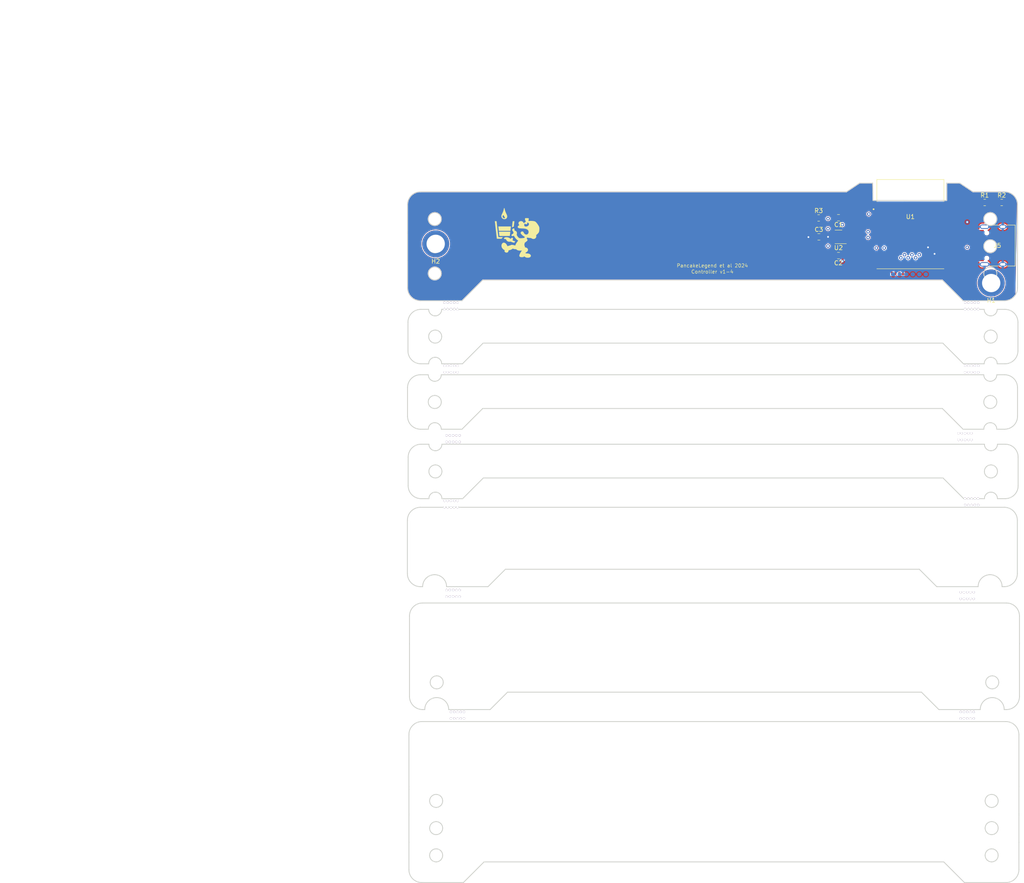
<source format=kicad_pcb>
(kicad_pcb (version 20240108) (generator "pcbnew") (generator_version "8.0")
  (layers (0 "F.Cu" signal) (31 "B.Cu" signal) (34 "B.Paste" user) (35 "F.Paste" user) (36 "B.SilkS" user "B.Silkscreen") (37 "F.SilkS" user "F.Silkscreen") (38 "B.Mask" user) (39 "F.Mask" user) (44 "Edge.Cuts" user))
  (net 0 "")
  (net 1 "GND")
  (net 2 "DOUT")
  (net 3 "3.3V")
  (net 4 "+5V")
  (net 5 "Net-(J5-PadA5)")
  (net 7 "Net-(J5-PadB5)")
  (net 9 "D-")
  (net 10 "D+")
  (net 24 "Net-(U1-Pad25)")
  (net 25 "Net-(U1-Pad26)")
  (net 30 "Net-(J1-Pad1)")
  (net 31 "SDA")
  (net 32 "SCL")
  (net 33 "Net-(H1-Pad1)")
  (net 34 "Net-(H2-Pad1)")
  (net 35 "Net-(C3-Pad1)")
  (net 37 "Net-(TP1-Pad1)")
  (net 43 "Net-(U1-Pad28)")
  (net 44 "Net-(U1-Pad29)")
  (net 45 "Net-(U1-Pad27)")
  (net 46 "Net-(U1-Pad30)")
  (footprint "Pancake:Mousebites_03" (layer "F.Cu") (at 33.5 50.25)
    (property "Reference" "H3" (hide yes))
    (property "Value" "Mousebites" (hide yes))
  )
  (footprint "Pancake:TestPoint_Pad_D1.0mm" (layer "F.Cu") (at 125.95 31.6)
    (property "Reference" "TP1" (hide yes))
    (property "Value" "TestPoint")
  )
  (footprint "Pancake:Mousebites_03" (layer "F.Cu") (at 153 50.25)
    (property "Reference" "H3" (hide yes))
    (property "Value" "Mousebites" (hide yes))
  )
  (footprint "Pancake:Mousebites_03" (layer "F.Cu") (at 152 144.25)
    (property "Reference" "H3" (hide yes))
    (property "Value" "Mousebites" (hide yes))
  )
  (footprint "CCHS:PancakeLegend_Logo" (layer "F.Cu") (at 48.5 33.5)
    (property "Reference" "H9" (hide yes))
    (property "Value" "Pancake Legend" (hide yes))
  )
  (footprint "Pancake:Mousebites_03" (layer "F.Cu") (at 152 116.75)
    (property "Reference" "H3" (hide yes))
    (property "Value" "Mousebites" (hide yes))
  )
  (footprint "Pancake:M3_Soldernut" (layer "F.Cu") (at 157.5 45)
    (property "Reference" "H1")
    (property "Value" "Hole_Pad")
  )
  (footprint "Pancake:Mousebites_03" (layer "F.Cu") (at 34 116.25)
    (property "Reference" "H3" (hide yes))
    (property "Value" "Mousebites" (hide yes))
  )
  (footprint "Pancake:Mousebites_03" (layer "F.Cu") (at 33.5 95.75)
    (property "Reference" "H3" (hide yes))
    (property "Value" "Mousebites" (hide yes))
  )
  (footprint "Pancake:Mousebites_03" (layer "F.Cu") (at 153 64.75)
    (property "Reference" "H3" (hide yes))
    (property "Value" "Mousebites" (hide yes))
  )
  (footprint "Capacitor_SMD:C_0805_2012Metric" (layer "F.Cu") (at 122.45 30 180)
    (property "Reference" "C1")
    (property "Value" "C")
  )
  (footprint "Capacitor_SMD:C_0805_2012Metric" (layer "F.Cu") (at 122.45 38.7 180)
    (property "Reference" "C2")
    (property "Value" "C")
  )
  (footprint "Resistor_SMD:R_0805_2012Metric" (layer "F.Cu") (at 159.9125 26.5)
    (property "Reference" "R2")
    (property "Value" "5.1K")
  )
  (footprint "Pancake:Mousebites_03" (layer "F.Cu") (at 151.5 80.25)
    (property "Reference" "H3" (hide yes))
    (property "Value" "Mousebites" (hide yes))
  )
  (footprint "Pancake:XCVR_ESP32-S3-MINI-1-N8" (layer "F.Cu") (at 138.95 34)
    (property "Reference" "U1")
    (property "Value" "ESP32-S3-MINI-1-N8")
  )
  (footprint "Package_TO_SOT_SMD:SOT-23-5" (layer "F.Cu") (at 122.45 34.4 180)
    (property "Reference" "U2")
    (property "Value" "SPX3819M5-L-3-3" (hide yes))
  )
  (footprint "Pancake:Mousebites_03" (layer "F.Cu") (at 34 80.75)
    (property "Reference" "H3" (hide yes))
    (property "Value" "Mousebites" (hide yes))
  )
  (footprint "Pancake:Mousebites_03" (layer "F.Cu") (at 33.5 64.75)
    (property "Reference" "H3" (hide yes))
    (property "Value" "Mousebites" (hide yes))
  )
  (footprint "Capacitor_SMD:C_0805_2012Metric" (layer "F.Cu") (at 117.95 34.4)
    (property "Reference" "C3")
    (property "Value" "1uF/50v")
  )
  (footprint "Pancake:USB_C_Receptacle_HRO_TYPE-C-31-M-12" (layer "F.Cu") (at 159.1 36.39 90)
    (property "Reference" "J5")
    (property "Value" "USB_C_Receptacle_USB2.0")
  )
  (footprint "Pancake:Mousebites_03" (layer "F.Cu") (at 153 95.25)
    (property "Reference" "H3" (hide yes))
    (property "Value" "Mousebites" (hide yes))
  )
  (footprint "Resistor_SMD:R_0805_2012Metric" (layer "F.Cu") (at 117.9 30.05)
    (property "Reference" "R3")
    (property "Value" "10k(1%)" (hide yes))
  )
  (footprint "Pancake:M3_Soldernut" (layer "F.Cu") (at 30 36)
    (property "Reference" "H2")
    (property "Value" "Hole_Pad")
  )
  (footprint "Pancake:Mousebites_03" (layer "F.Cu") (at 35 144.25)
    (property "Reference" "H3" (hide yes))
    (property "Value" "Mousebites" (hide yes))
  )
  (footprint "Resistor_SMD:R_0805_2012Metric" (layer "F.Cu") (at 156.0125 26.5)
    (property "Reference" "R1")
    (property "Value" "5.1K")
  )
  (footprint "Pancake:TestPoint_Pad_D1.0mm" (layer "B.Cu") (at 141 43 180)
    (property "Reference" "TP6" (hide yes))
    (property "Value" "TestPoint" (hide yes))
  )
  (footprint "Pancake:TestPoint_Pad_D1.0mm" (layer "B.Cu") (at 138 43 180)
    (property "Reference" "TP4" (hide yes))
    (property "Value" "TestPoint" (hide yes))
  )
  (footprint "Pancake:TestPoint_Pad_D1.0mm" (layer "B.Cu") (at 136.5 43 180)
    (property "Reference" "TP3" (hide yes))
    (property "Value" "TestPoint" (hide yes))
  )
  (footprint "Pancake:TestPoint_Pad_D1.0mm" (layer "B.Cu") (at 135 43 180)
    (property "Reference" "TP2" (hide yes))
    (property "Value" "TestPoint" (hide yes))
  )
  (footprint "Pancake:TestPoint_Pad_D1.0mm" (layer "B.Cu") (at 139.5 43 180)
    (property "Reference" "TP5" (hide yes))
    (property "Value" "TestPoint" (hide yes))
  )
  (footprint "Pancake:TestPoint_Pad_D1.0mm" (layer "B.Cu") (at 142.5 43 180)
    (property "Reference" "TP7" (hide yes))
    (property "Value" "TestPoint" (hide yes))
  )
  (gr_curve (pts (xy 158.349901 31.36339) (xy 157.920904 31.792387) (xy 157.275727 31.920721) (xy 156.715216 31.688549)) (stroke (width 0.2)) (layer "Edge.Cuts"))
  (gr_line (start 40.933021 89.762746) (end 146.433043 89.762746) (stroke (width 0.2)) (layer "Edge.Cuts"))
  (gr_curve (pts (xy 30.993707 87.201724) (xy 30.712403 86.920419) (xy 30.330872 86.762384) (xy 29.933047 86.762384)) (stroke (width 0.2)) (layer "Edge.Cuts"))
  (gr_line (start 163.539242 27.013794) (end 163.539242 33.264058) (stroke (width 0.2)) (layer "Edge.Cuts"))
  (gr_curve (pts (xy 31.603634 176.428397) (xy 31.603679 176.82628) (xy 31.445641 177.20788) (xy 31.164295 177.489226)) (stroke (width 0.2)) (layer "Edge.Cuts"))
  (gr_line (start 160.578679 66.063285) (end 158.789119 66.063285) (stroke (width 0.2)) (layer "Edge.Cuts"))
  (gr_curve (pts (xy 28.4037 42.228712) (xy 28.171528 42.789223) (xy 28.299862 43.4344) (xy 28.728859 43.863397)) (stroke (width 0.2)) (layer "Edge.Cuts"))
  (gr_curve (pts (xy 23.986535 139.949997) (xy 23.986535 141.611987) (xy 25.324358 142.949807) (xy 26.986352 142.949807)) (stroke (width 0.2)) (layer "Edge.Cuts"))
  (gr_curve (pts (xy 28.728859 37.613398) (xy 29.157856 38.042395) (xy 29.803033 38.170729) (xy 30.363544 37.938557)) (stroke (width 0.2)) (layer "Edge.Cuts"))
  (gr_curve (pts (xy 158.67506 42.228702) (xy 158.907232 42.789213) (xy 158.778898 43.43439) (xy 158.349901 43.863387)) (stroke (width 0.2)) (layer "Edge.Cuts"))
  (gr_line (start 32.986502 142.949807) (end 42.491865 142.949807) (stroke (width 0.2)) (layer "Edge.Cuts"))
  (gr_curve (pts (xy 30.363544 37.938557) (xy 30.924056 37.706386) (xy 31.289519 37.159431) (xy 31.289519 36.552738)) (stroke (width 0.2)) (layer "Edge.Cuts"))
  (gr_curve (pts (xy 157.603689 165.428547) (xy 157.205809 165.428589) (xy 156.824213 165.270551) (xy 156.542869 164.989207)) (stroke (width 0.2)) (layer "Edge.Cuts"))
  (gr_line (start 140.999819 110.73136) (end 144.994399 114.725947) (stroke (width 0.2)) (layer "Edge.Cuts"))
  (gr_curve (pts (xy 29.933047 86.762384) (xy 29.326354 86.762384) (xy 28.779399 87.127847) (xy 28.547228 87.688359)) (stroke (width 0.2)) (layer "Edge.Cuts"))
  (gr_line (start 144.994399 114.725947) (end 154.500279 114.725947) (stroke (width 0.2)) (layer "Edge.Cuts"))
  (gr_curve (pts (xy 158.349901 43.863387) (xy 157.920904 44.292384) (xy 157.275727 44.420718) (xy 156.715216 44.188546)) (stroke (width 0.2)) (layer "Edge.Cuts"))
  (gr_line (start 151.039229 49.052757) (end 146.289648 44.303177) (stroke (width 0.2)) (layer "Edge.Cuts"))
  (gr_line (start 42.491865 142.949807) (end 46.486453 138.955227) (stroke (width 0.2)) (layer "Edge.Cuts"))
  (gr_curve (pts (xy 26.853536 145.702627) (xy 25.19155 145.702627) (xy 23.85372 147.040437) (xy 23.85372 148.702437)) (stroke (width 0.2)) (layer "Edge.Cuts"))
  (gr_curve (pts (xy 158.664519 169.117817) (xy 158.945865 169.399163) (xy 159.103904 169.780763) (xy 159.103859 170.178647)) (stroke (width 0.2)) (layer "Edge.Cuts"))
  (gr_line (start 163.499739 111.72613) (end 163.499739 99.5) (stroke (width 0.2)) (layer "Edge.Cuts"))
  (gr_curve (pts (xy 155.789241 36.55273) (xy 155.789241 36.154905) (xy 155.947276 35.773374) (xy 156.228581 35.49207)) (stroke (width 0.2)) (layer "Edge.Cuts"))
  (gr_line (start 23.85372 166.889447) (end 23.85372 167.217587) (stroke (width 0.2)) (layer "Edge.Cuts"))
  (gr_line (start 28.384354 51.043415) (end 26.595316 51.043415) (stroke (width 0.2)) (layer "Edge.Cuts"))
  (gr_line (start 160.673959 51.043415) (end 158.884399 51.043415) (stroke (width 0.2)) (layer "Edge.Cuts"))
  (gr_curve (pts (xy 157.384389 55.793484) (xy 157.991082 55.793484) (xy 158.538037 56.158947) (xy 158.770208 56.719459)) (stroke (width 0.2)) (layer "Edge.Cuts"))
  (gr_curve (pts (xy 160.578699 24.052734) (xy 162.219024 24.052734) (xy 163.539242 25.373458) (xy 163.539242 27.013794)) (stroke (width 0.2)) (layer "Edge.Cuts"))
  (gr_curve (pts (xy 26.595316 51.043415) (xy 24.954989 51.043415) (xy 23.634774 52.364142) (xy 23.634774 54.004474)) (stroke (width 0.2)) (layer "Edge.Cuts"))
  (gr_curve (pts (xy 155.884389 57.293484) (xy 155.884389 56.895659) (xy 156.042424 56.514128) (xy 156.323729 56.232824)) (stroke (width 0.2)) (layer "Edge.Cuts"))
  (gr_curve (pts (xy 160.673959 63.543427) (xy 162.314259 63.543427) (xy 163.634499 62.223206) (xy 163.634499 60.582884)) (stroke (width 0.2)) (layer "Edge.Cuts"))
  (gr_curve (pts (xy 157.603689 168.678477) (xy 158.001573 168.678432) (xy 158.383173 168.836471) (xy 158.664519 169.117817)) (stroke (width 0.2)) (layer "Edge.Cuts"))
  (gr_line (start 23.85372 160.639177) (end 23.85372 161.202447) (stroke (width 0.2)) (layer "Edge.Cuts"))
  (gr_line (start 130.289592 22.052339) (end 130.339392 24.126739) (stroke (width 0.2)) (layer "Edge.Cuts"))
  (gr_line (start 163.539242 33.592203) (end 163.539242 39.841951) (stroke (width 0.2)) (layer "Edge.Cuts"))
  (gr_curve (pts (xy 156.236355 136.700067) (xy 156.236265 135.871507) (xy 156.907955 135.199807) (xy 157.736515 135.199897)) (stroke (width 0.2)) (layer "Edge.Cuts"))
  (gr_curve (pts (xy 26.499817 96.50019) (xy 24.83782 96.50019) (xy 23.5 97.838) (xy 23.5 99.5)) (stroke (width 0.2)) (layer "Edge.Cuts"))
  (gr_curve (pts (xy 156.542865 162.86756) (xy 156.824209 162.586214) (xy 157.205807 162.428175) (xy 157.603689 162.428217)) (stroke (width 0.2)) (layer "Edge.Cuts"))
  (gr_line (start 23.5 99.5) (end 23.5 111.72613) (stroke (width 0.2)) (layer "Edge.Cuts"))
  (gr_line (start 163.539242 39.841951) (end 163.539242 46.092217) (stroke (width 0.2)) (layer "Edge.Cuts"))
  (gr_line (start 23.539519 33.264058) (end 23.539519 27.013794) (stroke (width 0.2)) (layer "Edge.Cuts"))
  (gr_curve (pts (xy 29.750264 111.97573) (xy 31.269016 111.975894) (xy 32.500087 113.207195) (xy 32.499967 114.725947)) (stroke (width 0.2)) (layer "Edge.Cuts"))
  (gr_curve (pts (xy 158.933053 82.012315) (xy 158.933097 82.410198) (xy 158.775058 82.791797) (xy 158.493712 83.073143)) (stroke (width 0.2)) (layer "Edge.Cuts"))
  (gr_curve (pts (xy 31.288891 66.063285) (xy 31.288698 66.891439) (xy 30.617395 67.562742) (xy 29.789241 67.562935)) (stroke (width 0.2)) (layer "Edge.Cuts"))
  (gr_curve (pts (xy 158.493703 89.323044) (xy 158.064706 89.752041) (xy 157.419529 89.880375) (xy 156.859018 89.648203)) (stroke (width 0.2)) (layer "Edge.Cuts"))
  (gr_line (start 46.486453 138.955227) (end 141.486345 138.955227) (stroke (width 0.2)) (layer "Edge.Cuts"))
  (gr_line (start 23.539519 39.841951) (end 23.539519 33.592203) (stroke (width 0.2)) (layer "Edge.Cuts"))
  (gr_line (start 130.339392 24.126739) (end 130.363172 26.04785) (stroke (width 0.2)) (layer "Edge.Cuts"))
  (gr_curve (pts (xy 158.884399 51.043415) (xy 158.884443 51.441298) (xy 158.726404 51.822897) (xy 158.445058 52.104243)) (stroke (width 0.2)) (layer "Edge.Cuts"))
  (gr_curve (pts (xy 163.499739 99.5) (xy 163.499739 97.838) (xy 162.161919 96.50019) (xy 160.499919 96.50019)) (stroke (width 0.2)) (layer "Edge.Cuts"))
  (gr_curve (pts (xy 29.789113 70.813354) (xy 29.18242 70.813354) (xy 28.635465 71.178817) (xy 28.403294 71.739329)) (stroke (width 0.2)) (layer "Edge.Cuts"))
  (gr_line (start 155.789299 66.063285) (end 31.288891 66.063285) (stroke (width 0.2)) (layer "Edge.Cuts"))
  (gr_curve (pts (xy 28.728453 73.374014) (xy 29.15745 73.803011) (xy 29.802627 73.931345) (xy 30.363138 73.699173)) (stroke (width 0.2)) (layer "Edge.Cuts"))
  (gr_line (start 23.683428 84.973374) (end 23.683428 91.551784) (stroke (width 0.2)) (layer "Edge.Cuts"))
  (gr_curve (pts (xy 159.103859 170.178647) (xy 159.103666 171.007004) (xy 158.432046 171.678391) (xy 157.603689 171.678297)) (stroke (width 0.2)) (layer "Edge.Cuts"))
  (gr_curve (pts (xy 30.103467 165.428547) (xy 29.275114 165.428354) (xy 28.603729 164.75674) (xy 28.603817 163.928387)) (stroke (width 0.2)) (layer "Edge.Cuts"))
  (gr_curve (pts (xy 31.164292 164.98921) (xy 30.882946 165.270554) (xy 30.501348 165.428591) (xy 30.103467 165.428547)) (stroke (width 0.2)) (layer "Edge.Cuts"))
  (gr_line (start 160.486735 142.949807) (end 160.986445 142.949807) (stroke (width 0.2)) (layer "Edge.Cuts"))
  (gr_curve (pts (xy 158.349901 37.61339) (xy 157.920904 38.042387) (xy 157.275727 38.170721) (xy 156.715216 37.938549)) (stroke (width 0.2)) (layer "Edge.Cuts"))
  (gr_curve (pts (xy 30.850169 29.242078) (xy 30.568865 28.960773) (xy 30.187334 28.802738) (xy 29.789509 28.802738)) (stroke (width 0.2)) (layer "Edge.Cuts"))
  (gr_curve (pts (xy 159.236685 136.700067) (xy 159.236495 137.528427) (xy 158.564875 138.199807) (xy 157.736515 138.199717)) (stroke (width 0.2)) (layer "Edge.Cuts"))
  (gr_curve (pts (xy 157.289241 28.80273) (xy 157.895934 28.80273) (xy 158.442889 29.168193) (xy 158.67506 29.728705)) (stroke (width 0.2)) (layer "Edge.Cuts"))
  (gr_curve (pts (xy 30.945053 56.232824) (xy 30.663749 55.951519) (xy 30.282218 55.793484) (xy 29.884393 55.793484)) (stroke (width 0.2)) (layer "Edge.Cuts"))
  (gr_line (start 23.539519 46.092217) (end 23.539519 39.841951) (stroke (width 0.2)) (layer "Edge.Cuts"))
  (gr_curve (pts (xy 28.603817 176.428397) (xy 28.603723 175.60004) (xy 29.27511 174.92842) (xy 30.103467 174.928227)) (stroke (width 0.2)) (layer "Edge.Cuts"))
  (gr_curve (pts (xy 158.67506 29.728705) (xy 158.907232 30.289216) (xy 158.778898 30.934393) (xy 158.349901 31.36339)) (stroke (width 0.2)) (layer "Edge.Cuts"))
  (gr_curve (pts (xy 156.715216 44.188546) (xy 156.154704 43.956375) (xy 155.789241 43.40942) (xy 155.789241 42.802727)) (stroke (width 0.2)) (layer "Edge.Cuts"))
  (gr_curve (pts (xy 155.789241 30.30273) (xy 155.789241 29.904905) (xy 155.947276 29.523374) (xy 156.228581 29.24207)) (stroke (width 0.2)) (layer "Edge.Cuts"))
  (gr_curve (pts (xy 29.884393 55.793484) (xy 29.2777 55.793484) (xy 28.730745 56.158947) (xy 28.498574 56.719459)) (stroke (width 0.2)) (layer "Edge.Cuts"))
  (gr_curve (pts (xy 163.634499 54.004474) (xy 163.634499 52.364142) (xy 162.314259 51.043415) (xy 160.673959 51.043415)) (stroke (width 0.2)) (layer "Edge.Cuts"))
  (gr_line (start 163.986265 127.723877) (end 163.986265 121.474127) (stroke (width 0.2)) (layer "Edge.Cuts"))
  (gr_curve (pts (xy 30.103467 171.678297) (xy 29.275313 171.678104) (xy 28.60401 171.006801) (xy 28.603817 170.178647)) (stroke (width 0.2)) (layer "Edge.Cuts"))
  (gr_curve (pts (xy 156.228449 71.252694) (xy 156.509753 70.971389) (xy 156.891284 70.813354) (xy 157.289109 70.813354)) (stroke (width 0.2)) (layer "Edge.Cuts"))
  (gr_curve (pts (xy 155.933043 88.262384) (xy 155.933043 87.864559) (xy 156.091078 87.483028) (xy 156.372383 87.201724)) (stroke (width 0.2)) (layer "Edge.Cuts"))
  (gr_curve (pts (xy 157.603689 174.928227) (xy 158.001573 174.928182) (xy 158.383173 175.086221) (xy 158.664519 175.367567)) (stroke (width 0.2)) (layer "Edge.Cuts"))
  (gr_curve (pts (xy 23.634774 60.582884) (xy 23.634774 62.223206) (xy 24.954989 63.543427) (xy 26.595316 63.543427)) (stroke (width 0.2)) (layer "Edge.Cuts"))
  (gr_curve (pts (xy 156.103529 170.178647) (xy 156.103484 169.780765) (xy 156.261521 169.399166) (xy 156.542865 169.11782)) (stroke (width 0.2)) (layer "Edge.Cuts"))
  (gr_line (start 151.134489 63.543427) (end 155.884579 63.543427) (stroke (width 0.2)) (layer "Edge.Cuts"))
  (gr_curve (pts (xy 28.403294 71.739329) (xy 28.171122 72.29984) (xy 28.299456 72.945017) (xy 28.728453 73.374014)) (stroke (width 0.2)) (layer "Edge.Cuts"))
  (gr_curve (pts (xy 28.736632 136.700067) (xy 28.736538 135.871507) (xy 29.40824 135.199807) (xy 30.236799 135.199897)) (stroke (width 0.2)) (layer "Edge.Cuts"))
  (gr_curve (pts (xy 30.850179 35.492078) (xy 30.568875 35.210773) (xy 30.187344 35.052738) (xy 29.789519 35.052738)) (stroke (width 0.2)) (layer "Edge.Cuts"))
  (gr_curve (pts (xy 28.4037 35.978713) (xy 28.171528 36.539224) (xy 28.299862 37.184401) (xy 28.728859 37.613398)) (stroke (width 0.2)) (layer "Edge.Cuts"))
  (gr_line (start 146.433043 89.762746) (end 151.183143 94.512327) (stroke (width 0.2)) (layer "Edge.Cuts"))
  (gr_curve (pts (xy 30.458418 58.679303) (xy 31.01893 58.447132) (xy 31.384393 57.900177) (xy 31.384393 57.293484)) (stroke (width 0.2)) (layer "Edge.Cuts"))
  (gr_line (start 153.289221 24.052734) (end 160.578699 24.052734) (stroke (width 0.2)) (layer "Edge.Cuts"))
  (gr_curve (pts (xy 159.194752 112.781185) (xy 159.71053 113.296964) (xy 160.000267 113.996526) (xy 160.000209 114.725947)) (stroke (width 0.2)) (layer "Edge.Cuts"))
  (gr_line (start 31.384171 63.543427) (end 36.134786 63.543427) (stroke (width 0.2)) (layer "Edge.Cuts"))
  (gr_curve (pts (xy 157.289241 41.302727) (xy 157.895934 41.302727) (xy 158.442889 41.66819) (xy 158.67506 42.228702)) (stroke (width 0.2)) (layer "Edge.Cuts"))
  (gr_curve (pts (xy 29.789519 35.052738) (xy 29.182826 35.052738) (xy 28.635871 35.418201) (xy 28.4037 35.978713)) (stroke (width 0.2)) (layer "Edge.Cuts"))
  (gr_line (start 36.039506 78.563297) (end 40.789087 73.813716) (stroke (width 0.2)) (layer "Edge.Cuts"))
  (gr_curve (pts (xy 157.736515 140.199597) (xy 159.255465 140.199477) (xy 160.486855 141.430857) (xy 160.486735 142.949807)) (stroke (width 0.2)) (layer "Edge.Cuts"))
  (gr_curve (pts (xy 23.539519 27.013794) (xy 23.539519 25.373458) (xy 24.859719 24.052734) (xy 26.500059 24.052734)) (stroke (width 0.2)) (layer "Edge.Cuts"))
  (gr_curve (pts (xy 30.363138 73.699173) (xy 30.92365 73.467002) (xy 31.289113 72.920047) (xy 31.289113 72.313354)) (stroke (width 0.2)) (layer "Edge.Cuts"))
  (gr_curve (pts (xy 29.789241 77.063647) (xy 30.617395 77.06384) (xy 31.288698 77.735143) (xy 31.288891 78.563297)) (stroke (width 0.2)) (layer "Edge.Cuts"))
  (gr_curve (pts (xy 158.664516 164.989211) (xy 158.38317 165.270555) (xy 158.001571 165.428592) (xy 157.603689 165.428547)) (stroke (width 0.2)) (layer "Edge.Cuts"))
  (gr_line (start 36.18344 94.512327) (end 40.933021 89.762746) (stroke (width 0.2)) (layer "Edge.Cuts"))
  (gr_curve (pts (xy 28.547228 87.688359) (xy 28.315056 88.24887) (xy 28.44339 88.894047) (xy 28.872387 89.323044)) (stroke (width 0.2)) (layer "Edge.Cuts"))
  (gr_line (start 23.986535 127.974507) (end 23.986535 139.949997) (stroke (width 0.2)) (layer "Edge.Cuts"))
  (gr_line (start 23.986535 127.723877) (end 23.986535 127.974507) (stroke (width 0.2)) (layer "Edge.Cuts"))
  (gr_curve (pts (xy 31.432825 82.012315) (xy 31.432632 82.840469) (xy 30.761329 83.511772) (xy 29.933175 83.511965)) (stroke (width 0.2)) (layer "Edge.Cuts"))
  (gr_curve (pts (xy 28.384354 63.543427) (xy 28.384547 62.715071) (xy 29.056165 62.043685) (xy 29.884521 62.043777)) (stroke (width 0.2)) (layer "Edge.Cuts"))
  (gr_curve (pts (xy 156.542869 164.989207) (xy 156.261525 164.707863) (xy 156.103487 164.326267) (xy 156.103529 163.928387)) (stroke (width 0.2)) (layer "Edge.Cuts"))
  (gr_curve (pts (xy 28.40369 29.728713) (xy 28.171518 30.289224) (xy 28.299852 30.934401) (xy 28.728849 31.363398)) (stroke (width 0.2)) (layer "Edge.Cuts"))
  (gr_line (start 160.578699 49.052757) (end 151.039229 49.052757) (stroke (width 0.2)) (layer "Edge.Cuts"))
  (gr_curve (pts (xy 30.103467 177.928567) (xy 29.27511 177.928374) (xy 28.603723 177.256754) (xy 28.603817 176.428397)) (stroke (width 0.2)) (layer "Edge.Cuts"))
  (gr_line (start 23.85372 173.467377) (end 23.85372 179.717637) (stroke (width 0.2)) (layer "Edge.Cuts"))
  (gr_curve (pts (xy 30.363534 31.688557) (xy 30.924046 31.456386) (xy 31.289509 30.909431) (xy 31.289509 30.302738)) (stroke (width 0.2)) (layer "Edge.Cuts"))
  (gr_curve (pts (xy 157.603689 171.678297) (xy 156.775336 171.678385) (xy 156.103722 171.007) (xy 156.103529 170.178647)) (stroke (width 0.2)) (layer "Edge.Cuts"))
  (gr_curve (pts (xy 158.445049 58.354144) (xy 158.016052 58.783141) (xy 157.370875 58.911475) (xy 156.810364 58.679303)) (stroke (width 0.2)) (layer "Edge.Cuts"))
  (gr_line (start 155.884579 51.043415) (end 31.384171 51.043415) (stroke (width 0.2)) (layer "Edge.Cuts"))
  (gr_curve (pts (xy 158.664519 162.867557) (xy 158.945865 163.148903) (xy 159.103904 163.530503) (xy 159.103859 163.928387)) (stroke (width 0.2)) (layer "Edge.Cuts"))
  (gr_curve (pts (xy 156.715084 73.699173) (xy 156.154572 73.467002) (xy 155.789109 72.920047) (xy 155.789109 72.313354)) (stroke (width 0.2)) (layer "Edge.Cuts"))
  (gr_line (start 141.486345 138.955227) (end 145.480935 142.949807) (stroke (width 0.2)) (layer "Edge.Cuts"))
  (gr_curve (pts (xy 30.103467 168.678477) (xy 30.50135 168.678433) (xy 30.88295 168.836472) (xy 31.164295 169.117818)) (stroke (width 0.2)) (layer "Edge.Cuts"))
  (gr_curve (pts (xy 23.85372 179.717637) (xy 23.85372 181.357967) (xy 25.173946 182.678187) (xy 26.814262 182.678187)) (stroke (width 0.2)) (layer "Edge.Cuts"))
  (gr_curve (pts (xy 159.103859 176.428397) (xy 159.103904 176.826281) (xy 158.945865 177.207881) (xy 158.664519 177.489227)) (stroke (width 0.2)) (layer "Edge.Cuts"))
  (gr_curve (pts (xy 31.289113 72.313354) (xy 31.289113 71.915529) (xy 31.131078 71.533998) (xy 30.849773 71.252694)) (stroke (width 0.2)) (layer "Edge.Cuts"))
  (gr_line (start 23.634774 54.004474) (end 23.634774 60.582884) (stroke (width 0.2)) (layer "Edge.Cuts"))
  (gr_line (start 147.289584 22.052277) (end 150.289404 22.052339) (stroke (width 0.2)) (layer "Edge.Cuts"))
  (gr_line (start 41.103313 177.928607) (end 146.603329 177.928607) (stroke (width 0.2)) (layer "Edge.Cuts"))
  (gr_curve (pts (xy 158.674928 71.739329) (xy 158.9071 72.29984) (xy 158.778766 72.945017) (xy 158.349769 73.374014)) (stroke (width 0.2)) (layer "Edge.Cuts"))
  (gr_curve (pts (xy 163.853439 148.702437) (xy 163.853439 147.040437) (xy 162.515619 145.702627) (xy 160.853619 145.702627)) (stroke (width 0.2)) (layer "Edge.Cuts"))
  (gr_line (start 32.499967 114.725947) (end 42.00533 114.725947) (stroke (width 0.2)) (layer "Edge.Cuts"))
  (gr_line (start 146.289648 44.303177) (end 40.789629 44.303177) (stroke (width 0.2)) (layer "Edge.Cuts"))
  (gr_line (start 28.289074 66.063285) (end 26.500036 66.063285) (stroke (width 0.2)) (layer "Edge.Cuts"))
  (gr_curve (pts (xy 28.823733 58.354144) (xy 29.25273 58.783141) (xy 29.897907 58.911475) (xy 30.458418 58.679303)) (stroke (width 0.2)) (layer "Edge.Cuts"))
  (gr_line (start 26.499817 114.725947) (end 27.000045 114.725947) (stroke (width 0.2)) (layer "Edge.Cuts"))
  (gr_curve (pts (xy 28.433008 94.512327) (xy 28.433201 93.683971) (xy 29.104819 93.012585) (xy 29.933175 93.012677)) (stroke (width 0.2)) (layer "Edge.Cuts"))
  (gr_curve (pts (xy 29.933175 83.511965) (xy 29.104819 83.512057) (xy 28.433201 82.840671) (xy 28.433008 82.012315)) (stroke (width 0.2)) (layer "Edge.Cuts"))
  (gr_curve (pts (xy 155.789299 78.563297) (xy 155.789492 77.735143) (xy 156.460795 77.06384) (xy 157.288949 77.063647)) (stroke (width 0.2)) (layer "Edge.Cuts"))
  (gr_line (start 40.789087 73.813716) (end 146.289109 73.813716) (stroke (width 0.2)) (layer "Edge.Cuts"))
  (gr_curve (pts (xy 157.249989 111.97573) (xy 157.97941 111.975672) (xy 158.678973 112.265407) (xy 159.194752 112.781185)) (stroke (width 0.2)) (layer "Edge.Cuts"))
  (gr_line (start 23.986535 121.474127) (end 23.986535 127.723877) (stroke (width 0.2)) (layer "Edge.Cuts"))
  (gr_curve (pts (xy 156.715216 31.688549) (xy 156.154704 31.456378) (xy 155.789241 30.909423) (xy 155.789241 30.30273)) (stroke (width 0.2)) (layer "Edge.Cuts"))
  (gr_line (start 36.353732 182.678187) (end 41.103313 177.928607) (stroke (width 0.2)) (layer "Edge.Cuts"))
  (gr_line (start 42.00533 114.725947) (end 45.999918 110.73136) (stroke (width 0.2)) (layer "Edge.Cuts"))
  (gr_curve (pts (xy 31.164295 177.489226) (xy 30.88295 177.770572) (xy 30.50135 177.928611) (xy 30.103467 177.928567)) (stroke (width 0.2)) (layer "Edge.Cuts"))
  (gr_line (start 163.853439 179.717637) (end 163.853439 173.467377) (stroke (width 0.2)) (layer "Edge.Cuts"))
  (gr_line (start 26.814262 182.678187) (end 36.353732 182.678187) (stroke (width 0.2)) (layer "Edge.Cuts"))
  (gr_curve (pts (xy 29.789509 28.802738) (xy 29.182816 28.802738) (xy 28.635861 29.168201) (xy 28.40369 29.728713)) (stroke (width 0.2)) (layer "Edge.Cuts"))
  (gr_curve (pts (xy 23.539494 75.602754) (xy 23.539494 77.243076) (xy 24.859709 78.563297) (xy 26.500036 78.563297)) (stroke (width 0.2)) (layer "Edge.Cuts"))
  (gr_curve (pts (xy 28.289074 78.563297) (xy 28.289267 77.734941) (xy 28.960885 77.063555) (xy 29.789241 77.063647)) (stroke (width 0.2)) (layer "Edge.Cuts"))
  (gr_line (start 163.853439 167.217587) (end 163.853439 166.889447) (stroke (width 0.2)) (layer "Edge.Cuts"))
  (gr_curve (pts (xy 131.39318 26.04525) (xy 138.65414 26.04035) (xy 138.625355 26.0715) (xy 146.289645 26.05255)) (stroke (width 0.2)) (layer "Edge.Cuts"))
  (gr_curve (pts (xy 31.289509 30.302738) (xy 31.289509 29.904913) (xy 31.131474 29.523382) (xy 30.850169 29.242078)) (stroke (width 0.2)) (layer "Edge.Cuts"))
  (gr_curve (pts (xy 157.432883 93.012677) (xy 158.26124 93.012583) (xy 158.93286 93.68397) (xy 158.933053 94.512327)) (stroke (width 0.2)) (layer "Edge.Cuts"))
  (gr_curve (pts (xy 30.850179 41.742077) (xy 30.568875 41.460772) (xy 30.187344 41.302737) (xy 29.789519 41.302737)) (stroke (width 0.2)) (layer "Edge.Cuts"))
  (gr_line (start 26.500036 78.563297) (end 28.289074 78.563297) (stroke (width 0.2)) (layer "Edge.Cuts"))
  (gr_curve (pts (xy 30.849773 71.252694) (xy 30.568469 70.971389) (xy 30.186938 70.813354) (xy 29.789113 70.813354)) (stroke (width 0.2)) (layer "Edge.Cuts"))
  (gr_line (start 28.433008 82.012315) (end 26.64397 82.012315) (stroke (width 0.2)) (layer "Edge.Cuts"))
  (gr_curve (pts (xy 29.789519 41.302737) (xy 29.182826 41.302737) (xy 28.635871 41.6682) (xy 28.4037 42.228712)) (stroke (width 0.2)) (layer "Edge.Cuts"))
  (gr_line (start 163.539242 33.264058) (end 163.539242 33.592203) (stroke (width 0.2)) (layer "Edge.Cuts"))
  (gr_line (start 45.999918 110.73136) (end 140.999819 110.73136) (stroke (width 0.2)) (layer "Edge.Cuts"))
  (gr_line (start 124.289441 24.052734) (end 127.289258 22.052339) (stroke (width 0.2)) (layer "Edge.Cuts"))
  (gr_line (start 158.933053 94.512327) (end 160.722613 94.512327) (stroke (width 0.2)) (layer "Edge.Cuts"))
  (gr_curve (pts (xy 163.539242 46.092217) (xy 163.539242 47.732547) (xy 162.219024 49.052757) (xy 160.578699 49.052757)) (stroke (width 0.2)) (layer "Edge.Cuts"))
  (gr_line (start 160.722613 82.012315) (end 158.933053 82.012315) (stroke (width 0.2)) (layer "Edge.Cuts"))
  (gr_curve (pts (xy 154.986815 142.949807) (xy 154.986695 141.431057) (xy 156.217765 140.199767) (xy 157.736515 140.199597)) (stroke (width 0.2)) (layer "Edge.Cuts"))
  (gr_curve (pts (xy 31.164295 169.117818) (xy 31.445641 169.399164) (xy 31.603679 169.780764) (xy 31.603634 170.178647)) (stroke (width 0.2)) (layer "Edge.Cuts"))
  (gr_curve (pts (xy 155.789109 72.313354) (xy 155.789109 71.915529) (xy 155.947144 71.533998) (xy 156.228449 71.252694)) (stroke (width 0.2)) (layer "Edge.Cuts"))
  (gr_line (start 146.603329 177.928607) (end 151.353429 182.678187) (stroke (width 0.2)) (layer "Edge.Cuts"))
  (gr_curve (pts (xy 157.736515 135.199897) (xy 158.565075 135.199807) (xy 159.236775 135.871507) (xy 159.236685 136.700067)) (stroke (width 0.2)) (layer "Edge.Cuts"))
  (gr_curve (pts (xy 30.103467 162.428217) (xy 30.50135 162.428173) (xy 30.88295 162.586212) (xy 31.164295 162.867558)) (stroke (width 0.2)) (layer "Edge.Cuts"))
  (gr_curve (pts (xy 157.433043 86.762384) (xy 158.039736 86.762384) (xy 158.586691 87.127847) (xy 158.818862 87.688359)) (stroke (width 0.2)) (layer "Edge.Cuts"))
  (gr_line (start 23.539494 69.024344) (end 23.539494 75.602754) (stroke (width 0.2)) (layer "Edge.Cuts"))
  (gr_curve (pts (xy 163.986265 121.474127) (xy 163.986265 119.812127) (xy 162.648445 118.47431) (xy 160.986445 118.47431)) (stroke (width 0.2)) (layer "Edge.Cuts"))
  (gr_line (start 147.289584 24.052672) (end 147.289584 22.052277) (stroke (width 0.2)) (layer "Edge.Cuts"))
  (gr_curve (pts (xy 160.722613 94.512327) (xy 162.362913 94.512327) (xy 163.683153 93.192106) (xy 163.683153 91.551784)) (stroke (width 0.2)) (layer "Edge.Cuts"))
  (gr_curve (pts (xy 158.818862 87.688359) (xy 159.051034 88.24887) (xy 158.9227 88.894047) (xy 158.493703 89.323044)) (stroke (width 0.2)) (layer "Edge.Cuts"))
  (gr_curve (pts (xy 157.603689 162.428217) (xy 158.001573 162.428172) (xy 158.383173 162.586211) (xy 158.664519 162.867557)) (stroke (width 0.2)) (layer "Edge.Cuts"))
  (gr_line (start 31.432825 94.512327) (end 36.18344 94.512327) (stroke (width 0.2)) (layer "Edge.Cuts"))
  (gr_line (start 26.64397 94.512327) (end 28.433008 94.512327) (stroke (width 0.2)) (layer "Edge.Cuts"))
  (gr_line (start 26.500059 24.052734) (end 124.289441 24.052734) (stroke (width 0.2)) (layer "Edge.Cuts"))
  (gr_curve (pts (xy 156.542865 175.36757) (xy 156.824209 175.086224) (xy 157.205807 174.928185) (xy 157.603689 174.928227)) (stroke (width 0.2)) (layer "Edge.Cuts"))
  (gr_curve (pts (xy 31.603634 163.928387) (xy 31.603676 164.326268) (xy 31.445637 164.707866) (xy 31.164292 164.98921)) (stroke (width 0.2)) (layer "Edge.Cuts"))
  (gr_curve (pts (xy 29.884521 62.043777) (xy 30.712675 62.04397) (xy 31.383978 62.715273) (xy 31.384171 63.543427)) (stroke (width 0.2)) (layer "Edge.Cuts"))
  (gr_curve (pts (xy 31.164295 175.367568) (xy 31.445641 175.648914) (xy 31.603679 176.030514) (xy 31.603634 176.428397)) (stroke (width 0.2)) (layer "Edge.Cuts"))
  (gr_curve (pts (xy 28.872387 89.323044) (xy 29.301384 89.752041) (xy 29.946561 89.880375) (xy 30.507072 89.648203)) (stroke (width 0.2)) (layer "Edge.Cuts"))
  (gr_curve (pts (xy 156.810364 58.679303) (xy 156.249852 58.447132) (xy 155.884389 57.900177) (xy 155.884389 57.293484)) (stroke (width 0.2)) (layer "Edge.Cuts"))
  (gr_curve (pts (xy 157.289241 35.05273) (xy 157.895934 35.05273) (xy 158.442889 35.418193) (xy 158.67506 35.978705)) (stroke (width 0.2)) (layer "Edge.Cuts"))
  (gr_curve (pts (xy 156.542865 177.489224) (xy 156.261521 177.207878) (xy 156.103484 176.826279) (xy 156.103529 176.428397)) (stroke (width 0.2)) (layer "Edge.Cuts"))
  (gr_curve (pts (xy 157.384229 52.543581) (xy 156.555874 52.543388) (xy 155.884487 51.87177) (xy 155.884579 51.043415)) (stroke (width 0.2)) (layer "Edge.Cuts"))
  (gr_curve (pts (xy 27.486579 142.949807) (xy 27.486463 141.430857) (xy 28.717848 140.199477) (xy 30.236799 140.199597)) (stroke (width 0.2)) (layer "Edge.Cuts"))
  (gr_curve (pts (xy 157.384229 62.043777) (xy 158.212586 62.043683) (xy 158.884206 62.71507) (xy 158.884399 63.543427)) (stroke (width 0.2)) (layer "Edge.Cuts"))
  (gr_curve (pts (xy 155.933233 94.512327) (xy 155.933426 93.684173) (xy 156.604729 93.01287) (xy 157.432883 93.012677)) (stroke (width 0.2)) (layer "Edge.Cuts"))
  (gr_line (start 151.183143 94.512327) (end 155.933233 94.512327) (stroke (width 0.2)) (layer "Edge.Cuts"))
  (gr_curve (pts (xy 156.323729 56.232824) (xy 156.605033 55.951519) (xy 156.986564 55.793484) (xy 157.384389 55.793484)) (stroke (width 0.2)) (layer "Edge.Cuts"))
  (gr_curve (pts (xy 30.507072 89.648203) (xy 31.067584 89.416032) (xy 31.433047 88.869077) (xy 31.433047 88.262384)) (stroke (width 0.2)) (layer "Edge.Cuts"))
  (gr_curve (pts (xy 26.986352 118.47431) (xy 25.324357 118.47431) (xy 23.986535 119.812127) (xy 23.986535 121.474127)) (stroke (width 0.2)) (layer "Edge.Cuts"))
  (gr_curve (pts (xy 28.728849 31.363398) (xy 29.157846 31.792395) (xy 29.803023 31.920729) (xy 30.363534 31.688557)) (stroke (width 0.2)) (layer "Edge.Cuts"))
  (gr_line (start 36.134786 63.543427) (end 40.884367 58.793846) (stroke (width 0.2)) (layer "Edge.Cuts"))
  (gr_curve (pts (xy 158.67506 35.978705) (xy 158.907232 36.539216) (xy 158.778898 37.184393) (xy 158.349901 37.61339)) (stroke (width 0.2)) (layer "Edge.Cuts"))
  (gr_line (start 23.85372 167.217587) (end 23.85372 173.428577) (stroke (width 0.2)) (layer "Edge.Cuts"))
  (gr_curve (pts (xy 160.986445 142.949807) (xy 162.648445 142.949807) (xy 163.986265 141.611987) (xy 163.986265 139.949997)) (stroke (width 0.2)) (layer "Edge.Cuts"))
  (gr_line (start 163.853439 166.889447) (end 163.853439 160.639177) (stroke (width 0.2)) (layer "Edge.Cuts"))
  (gr_curve (pts (xy 31.384171 51.043415) (xy 31.383978 51.871569) (xy 30.712675 52.542872) (xy 29.884521 52.543065)) (stroke (width 0.2)) (layer "Edge.Cuts"))
  (gr_curve (pts (xy 26.500059 49.052757) (xy 24.859719 49.052757) (xy 23.539519 47.732547) (xy 23.539519 46.092217)) (stroke (width 0.2)) (layer "Edge.Cuts"))
  (gr_curve (pts (xy 28.603817 170.178647) (xy 28.603723 169.35029) (xy 29.27511 168.67867) (xy 30.103467 168.678477)) (stroke (width 0.2)) (layer "Edge.Cuts"))
  (gr_curve (pts (xy 156.228581 41.742067) (xy 156.509885 41.460762) (xy 156.891416 41.302727) (xy 157.289241 41.302727)) (stroke (width 0.2)) (layer "Edge.Cuts"))
  (gr_line (start 160.986445 118.47431) (end 26.986352 118.47431) (stroke (width 0.2)) (layer "Edge.Cuts"))
  (gr_curve (pts (xy 156.542865 169.11782) (xy 156.824209 168.836474) (xy 157.205807 168.678435) (xy 157.603689 168.678477)) (stroke (width 0.2)) (layer "Edge.Cuts"))
  (gr_line (start 160.499919 96.50019) (end 26.499817 96.50019) (stroke (width 0.2)) (layer "Edge.Cuts"))
  (gr_line (start 131.36311 26.04785) (end 131.39318 26.04525) (stroke (width 0.2)) (layer "Edge.Cuts"))
  (gr_line (start 23.85372 161.315627) (end 23.85372 166.889447) (stroke (width 0.2)) (layer "Edge.Cuts"))
  (gr_curve (pts (xy 158.770208 56.719459) (xy 159.00238 57.27997) (xy 158.874046 57.925147) (xy 158.445049 58.354144)) (stroke (width 0.2)) (layer "Edge.Cuts"))
  (gr_curve (pts (xy 158.349778 67.124113) (xy 158.068432 67.405458) (xy 157.686832 67.563496) (xy 157.288949 67.563451)) (stroke (width 0.2)) (layer "Edge.Cuts"))
  (gr_curve (pts (xy 31.289519 36.552738) (xy 31.289519 36.154913) (xy 31.131484 35.773382) (xy 30.850179 35.492078)) (stroke (width 0.2)) (layer "Edge.Cuts"))
  (gr_curve (pts (xy 159.103859 163.928387) (xy 159.103901 164.326269) (xy 158.945862 164.707867) (xy 158.664516 164.989211)) (stroke (width 0.2)) (layer "Edge.Cuts"))
  (gr_line (start 163.853439 160.639177) (end 163.853439 148.702437) (stroke (width 0.2)) (layer "Edge.Cuts"))
  (gr_line (start 31.288891 78.563297) (end 36.039506 78.563297) (stroke (width 0.2)) (layer "Edge.Cuts"))
  (gr_curve (pts (xy 30.236799 135.199897) (xy 31.065156 135.200087) (xy 31.736543 135.871707) (xy 31.736449 136.700067)) (stroke (width 0.2)) (layer "Edge.Cuts"))
  (gr_curve (pts (xy 156.103529 176.428397) (xy 156.103484 176.030515) (xy 156.261521 175.648916) (xy 156.542865 175.36757)) (stroke (width 0.2)) (layer "Edge.Cuts"))
  (gr_curve (pts (xy 155.789241 42.802727) (xy 155.789241 42.404902) (xy 155.947276 42.023371) (xy 156.228581 41.742067)) (stroke (width 0.2)) (layer "Edge.Cuts"))
  (gr_curve (pts (xy 160.578679 78.563297) (xy 162.218979 78.563297) (xy 163.539219 77.243076) (xy 163.539219 75.602754)) (stroke (width 0.2)) (layer "Edge.Cuts"))
  (gr_line (start 163.853439 173.467377) (end 163.853439 173.428577) (stroke (width 0.2)) (layer "Edge.Cuts"))
  (gr_line (start 130.363172 26.04785) (end 131.36311 26.04785) (stroke (width 0.2)) (layer "Edge.Cuts"))
  (gr_curve (pts (xy 30.363544 44.188556) (xy 30.924056 43.956385) (xy 31.289519 43.40943) (xy 31.289519 42.802737)) (stroke (width 0.2)) (layer "Edge.Cuts"))
  (gr_line (start 163.683153 91.551784) (end 163.683153 84.973374) (stroke (width 0.2)) (layer "Edge.Cuts"))
  (gr_line (start 26.595316 63.543427) (end 28.384354 63.543427) (stroke (width 0.2)) (layer "Edge.Cuts"))
  (gr_curve (pts (xy 30.236799 140.199597) (xy 31.755548 140.199757) (xy 32.986618 141.431057) (xy 32.986502 142.949807)) (stroke (width 0.2)) (layer "Edge.Cuts"))
  (gr_curve (pts (xy 156.372383 87.201724) (xy 156.653687 86.920419) (xy 157.035218 86.762384) (xy 157.433043 86.762384)) (stroke (width 0.2)) (layer "Edge.Cuts"))
  (gr_curve (pts (xy 29.789241 67.562935) (xy 28.960885 67.563027) (xy 28.289267 66.891641) (xy 28.289074 66.063285)) (stroke (width 0.2)) (layer "Edge.Cuts"))
  (gr_curve (pts (xy 156.859018 89.648203) (xy 156.298506 89.416032) (xy 155.933043 88.869077) (xy 155.933043 88.262384)) (stroke (width 0.2)) (layer "Edge.Cuts"))
  (gr_line (start 160.853619 145.702627) (end 26.853536 145.702627) (stroke (width 0.2)) (layer "Edge.Cuts"))
  (gr_line (start 26.986352 142.949807) (end 27.486579 142.949807) (stroke (width 0.2)) (layer "Edge.Cuts"))
  (gr_curve (pts (xy 23.683428 91.551784) (xy 23.683428 93.192106) (xy 25.003643 94.512327) (xy 26.64397 94.512327)) (stroke (width 0.2)) (layer "Edge.Cuts"))
  (gr_line (start 23.85372 173.428577) (end 23.85372 173.467377) (stroke (width 0.2)) (layer "Edge.Cuts"))
  (gr_line (start 151.039209 78.563297) (end 155.789299 78.563297) (stroke (width 0.2)) (layer "Edge.Cuts"))
  (gr_curve (pts (xy 157.289109 70.813354) (xy 157.895802 70.813354) (xy 158.442757 71.178817) (xy 158.674928 71.739329)) (stroke (width 0.2)) (layer "Edge.Cuts"))
  (gr_curve (pts (xy 163.683153 84.973374) (xy 163.683153 83.333042) (xy 162.362913 82.012315) (xy 160.722613 82.012315)) (stroke (width 0.2)) (layer "Edge.Cuts"))
  (gr_line (start 160.000209 114.725947) (end 160.499919 114.725947) (stroke (width 0.2)) (layer "Edge.Cuts"))
  (gr_curve (pts (xy 160.892899 182.678187) (xy 162.533239 182.678187) (xy 163.853439 181.357967) (xy 163.853439 179.717637)) (stroke (width 0.2)) (layer "Edge.Cuts"))
  (gr_curve (pts (xy 157.288949 77.063647) (xy 158.117306 77.063553) (xy 158.788926 77.73494) (xy 158.789119 78.563297)) (stroke (width 0.2)) (layer "Edge.Cuts"))
  (gr_curve (pts (xy 31.164295 162.867558) (xy 31.445641 163.148904) (xy 31.603679 163.530504) (xy 31.603634 163.928387)) (stroke (width 0.2)) (layer "Edge.Cuts"))
  (gr_curve (pts (xy 156.715216 37.938549) (xy 156.154704 37.706378) (xy 155.789241 37.159423) (xy 155.789241 36.55273)) (stroke (width 0.2)) (layer "Edge.Cuts"))
  (gr_line (start 163.986265 139.949997) (end 163.986265 127.974507) (stroke (width 0.2)) (layer "Edge.Cuts"))
  (gr_curve (pts (xy 163.539219 69.024344) (xy 163.539219 67.384012) (xy 162.218979 66.063285) (xy 160.578679 66.063285)) (stroke (width 0.2)) (layer "Edge.Cuts"))
  (gr_curve (pts (xy 31.289519 42.802737) (xy 31.289519 42.404912) (xy 31.131484 42.023381) (xy 30.850179 41.742077)) (stroke (width 0.2)) (layer "Edge.Cuts"))
  (gr_curve (pts (xy 158.493712 83.073143) (xy 158.212366 83.354488) (xy 157.830766 83.512526) (xy 157.432883 83.512481)) (stroke (width 0.2)) (layer "Edge.Cuts"))
  (gr_curve (pts (xy 156.228581 29.24207) (xy 156.509885 28.960765) (xy 156.891416 28.80273) (xy 157.289241 28.80273)) (stroke (width 0.2)) (layer "Edge.Cuts"))
  (gr_line (start 146.289645 26.05255) (end 147.289584 26.05255) (stroke (width 0.2)) (layer "Edge.Cuts"))
  (gr_line (start 155.933233 82.012315) (end 31.432825 82.012315) (stroke (width 0.2)) (layer "Edge.Cuts"))
  (gr_curve (pts (xy 158.445058 52.104243) (xy 158.163712 52.385588) (xy 157.782112 52.543626) (xy 157.384229 52.543581)) (stroke (width 0.2)) (layer "Edge.Cuts"))
  (gr_curve (pts (xy 31.736449 136.700067) (xy 31.736256 137.528217) (xy 31.064953 138.199527) (xy 30.236799 138.199717)) (stroke (width 0.2)) (layer "Edge.Cuts"))
  (gr_line (start 158.884399 63.543427) (end 160.673959 63.543427) (stroke (width 0.2)) (layer "Edge.Cuts"))
  (gr_curve (pts (xy 30.103467 174.928227) (xy 30.50135 174.928183) (xy 30.88295 175.086222) (xy 31.164295 175.367568)) (stroke (width 0.2)) (layer "Edge.Cuts"))
  (gr_line (start 163.634499 60.582884) (end 163.634499 54.004474) (stroke (width 0.2)) (layer "Edge.Cuts"))
  (gr_line (start 151.353429 182.678187) (end 160.892899 182.678187) (stroke (width 0.2)) (layer "Edge.Cuts"))
  (gr_curve (pts (xy 29.884521 52.543065) (xy 29.056165 52.543157) (xy 28.384547 51.871771) (xy 28.384354 51.043415)) (stroke (width 0.2)) (layer "Edge.Cuts"))
  (gr_curve (pts (xy 30.236799 138.199717) (xy 29.408443 138.199807) (xy 28.736825 137.528427) (xy 28.736632 136.700067)) (stroke (width 0.2)) (layer "Edge.Cuts"))
  (gr_curve (pts (xy 29.933175 93.012677) (xy 30.761329 93.01287) (xy 31.432632 93.684173) (xy 31.432825 94.512327)) (stroke (width 0.2)) (layer "Edge.Cuts"))
  (gr_curve (pts (xy 156.228581 35.49207) (xy 156.509885 35.210765) (xy 156.891416 35.05273) (xy 157.289241 35.05273)) (stroke (width 0.2)) (layer "Edge.Cuts"))
  (gr_curve (pts (xy 157.603689 177.928567) (xy 157.205807 177.928609) (xy 156.824209 177.77057) (xy 156.542865 177.489224)) (stroke (width 0.2)) (layer "Edge.Cuts"))
  (gr_curve (pts (xy 28.603817 163.928387) (xy 28.603723 163.10003) (xy 29.27511 162.42841) (xy 30.103467 162.428217)) (stroke (width 0.2)) (layer "Edge.Cuts"))
  (gr_line (start 23.539519 33.592203) (end 23.539519 33.264058) (stroke (width 0.2)) (layer "Edge.Cuts"))
  (gr_curve (pts (xy 156.103529 163.928387) (xy 156.103484 163.530505) (xy 156.261521 163.148906) (xy 156.542865 162.86756)) (stroke (width 0.2)) (layer "Edge.Cuts"))
  (gr_curve (pts (xy 26.64397 82.012315) (xy 25.003643 82.012315) (xy 23.683428 83.333042) (xy 23.683428 84.973374)) (stroke (width 0.2)) (layer "Edge.Cuts"))
  (gr_curve (pts (xy 160.499919 114.725947) (xy 162.161919 114.725947) (xy 163.499739 113.388127) (xy 163.499739 111.72613)) (stroke (width 0.2)) (layer "Edge.Cuts"))
  (gr_curve (pts (xy 27.000045 114.725947) (xy 26.999987 113.996526) (xy 27.289723 113.296964) (xy 27.805502 112.781186)) (stroke (width 0.2)) (layer "Edge.Cuts"))
  (gr_curve (pts (xy 28.728859 43.863397) (xy 29.157856 44.292394) (xy 29.803033 44.420728) (xy 30.363544 44.188556)) (stroke (width 0.2)) (layer "Edge.Cuts"))
  (gr_line (start 127.289258 22.052339) (end 130.289592 22.052339) (stroke (width 0.2)) (layer "Edge.Cuts"))
  (gr_curve (pts (xy 31.433047 88.262384) (xy 31.433047 87.864559) (xy 31.275012 87.483028) (xy 30.993707 87.201724)) (stroke (width 0.2)) (layer "Edge.Cuts"))
  (gr_curve (pts (xy 154.500279 114.725947) (xy 154.500159 113.207192) (xy 155.731234 111.97589) (xy 157.249989 111.97573)) (stroke (width 0.2)) (layer "Edge.Cuts"))
  (gr_line (start 163.539219 75.602754) (end 163.539219 69.024344) (stroke (width 0.2)) (layer "Edge.Cuts"))
  (gr_line (start 23.85372 148.702437) (end 23.85372 160.639177) (stroke (width 0.2)) (layer "Edge.Cuts"))
  (gr_curve (pts (xy 27.805502 112.781186) (xy 28.321281 112.265407) (xy 29.020843 111.975672) (xy 29.750264 111.97573)) (stroke (width 0.2)) (layer "Edge.Cuts"))
  (gr_curve (pts (xy 31.384393 57.293484) (xy 31.384393 56.895659) (xy 31.226358 56.514128) (xy 30.945053 56.232824)) (stroke (width 0.2)) (layer "Edge.Cuts"))
  (gr_line (start 146.289109 73.813716) (end 151.039209 78.563297) (stroke (width 0.2)) (layer "Edge.Cuts"))
  (gr_curve (pts (xy 158.664519 177.489227) (xy 158.383173 177.770573) (xy 158.001573 177.928612) (xy 157.603689 177.928567)) (stroke (width 0.2)) (layer "Edge.Cuts"))
  (gr_line (start 163.986265 127.974507) (end 163.986265 127.723877) (stroke (width 0.2)) (layer "Edge.Cuts"))
  (gr_line (start 163.853439 173.428577) (end 163.853439 167.217587) (stroke (width 0.2)) (layer "Edge.Cuts"))
  (gr_curve (pts (xy 28.498574 56.719459) (xy 28.266402 57.27997) (xy 28.394736 57.925147) (xy 28.823733 58.354144)) (stroke (width 0.2)) (layer "Edge.Cuts"))
  (gr_curve (pts (xy 26.500036 66.063285) (xy 24.859709 66.063285) (xy 23.539494 67.384012) (xy 23.539494 69.024344)) (stroke (width 0.2)) (layer "Edge.Cuts"))
  (gr_line (start 36.039529 49.052757) (end 26.500059 49.052757) (stroke (width 0.2)) (layer "Edge.Cuts"))
  (gr_curve (pts (xy 155.884579 63.543427) (xy 155.884772 62.715273) (xy 156.556075 62.04397) (xy 157.384229 62.043777)) (stroke (width 0.2)) (layer "Edge.Cuts"))
  (gr_curve (pts (xy 157.432883 83.512481) (xy 156.604528 83.512288) (xy 155.933141 82.84067) (xy 155.933233 82.012315)) (stroke (width 0.2)) (layer "Edge.Cuts"))
  (gr_line (start 158.789119 78.563297) (end 160.578679 78.563297) (stroke (width 0.2)) (layer "Edge.Cuts"))
  (gr_curve (pts (xy 157.288949 67.563451) (xy 156.460594 67.563258) (xy 155.789207 66.89164) (xy 155.789299 66.063285)) (stroke (width 0.2)) (layer "Edge.Cuts"))
  (gr_line (start 40.884367 58.793846) (end 146.384389 58.793846) (stroke (width 0.2)) (layer "Edge.Cuts"))
  (gr_curve (pts (xy 23.5 111.72613) (xy 23.5 113.388127) (xy 24.83782 114.725947) (xy 26.499817 114.725947)) (stroke (width 0.2)) (layer "Edge.Cuts"))
  (gr_curve (pts (xy 157.736515 138.199717) (xy 156.908165 138.199807) (xy 156.236545 137.528417) (xy 156.236355 136.700067)) (stroke (width 0.2)) (layer "Edge.Cuts"))
  (gr_curve (pts (xy 158.349769 73.374014) (xy 157.920772 73.803011) (xy 157.275595 73.931345) (xy 156.715084 73.699173)) (stroke (width 0.2)) (layer "Edge.Cuts"))
  (gr_line (start 150.289404 22.052339) (end 153.289221 24.052734) (stroke (width 0.2)) (layer "Edge.Cuts"))
  (gr_curve (pts (xy 158.789119 66.063285) (xy 158.789163 66.461168) (xy 158.631124 66.842767) (xy 158.349778 67.124113)) (stroke (width 0.2)) (layer "Edge.Cuts"))
  (gr_line (start 23.85372 161.202447) (end 23.85372 161.315627) (stroke (width 0.2)) (layer "Edge.Cuts"))
  (gr_line (start 146.384389 58.793846) (end 151.134489 63.543427) (stroke (width 0.2)) (layer "Edge.Cuts"))
  (gr_line (start 40.789629 44.303177) (end 36.039529 49.052757) (stroke (width 0.2)) (layer "Edge.Cuts"))
  (gr_line (start 145.480935 142.949807) (end 154.986815 142.949807) (stroke (width 0.2)) (layer "Edge.Cuts"))
  (gr_curve (pts (xy 31.603634 170.178647) (xy 31.603441 171.007003) (xy 30.931823 171.678389) (xy 30.103467 171.678297)) (stroke (width 0.2)) (layer "Edge.Cuts"))
  (gr_line (start 147.289584 26.05255) (end 147.289584 24.052672) (stroke (width 0.2)) (layer "Edge.Cuts"))
  (gr_curve (pts (xy 158.664519 175.367567) (xy 158.945865 175.648913) (xy 159.103904 176.030513) (xy 159.103859 176.428397)) (stroke (width 0.2)) (layer "Edge.Cuts"))
  (gr_text "Controller v1-4" (at 93.5 42.4 0) (layer "F.SilkS") (effects (font (size 0.8 0.8) (thickness 0.1))))
  (gr_text "PancakeLegend et al 2024\n" (at 93.5 41 0) (layer "F.SilkS") (effects (font (size 0.8 0.8) (thickness 0.1))))
  (via (at 115.55 34.45) (size 0.8) (drill 0.4) (layers "F.Cu" "B.Cu") (net 1))
  (via (at 143 36.8) (size 0.8) (drill 0.4) (layers "F.Cu" "B.Cu") (net 1))
  (via (at 144.5 38.3) (size 0.8) (drill 0.4) (layers "F.Cu" "B.Cu") (net 1))
  (via (at 120.05 34.4) (size 0.8) (drill 0.4) (layers "F.Cu" "B.Cu") (net 1))
  (via (at 123.35 31.6) (size 0.8) (drill 0.4) (layers "F.Cu" "B.Cu") (net 3))
  (via (at 120.05 36.5) (size 0.8) (drill 0.4) (layers "F.Cu" "B.Cu") (net 3))
  (via (at 123.35 40) (size 0.8) (drill 0.4) (layers "F.Cu" "B.Cu") (net 4))
  (via (at 152 31) (size 0.8) (drill 0.4) (layers "F.Cu" "B.Cu") (net 4))
  (via (at 136.75 39.2) (size 0.8) (drill 0.4) (layers "F.Cu" "B.Cu") (net 24))
  (via (at 137.6 38.5) (size 0.8) (drill 0.4) (layers "F.Cu" "B.Cu") (net 25))
  (via (at 152 36.8) (size 0.8) (drill 0.4) (layers "F.Cu" "B.Cu") (net 30))
  (via (at 129.25 33.2) (size 0.8) (drill 0.4) (layers "F.Cu" "B.Cu") (net 31))
  (via (at 129.25 34.55) (size 0.8) (drill 0.4) (layers "F.Cu" "B.Cu") (net 32))
  (via (at 131.15 36.95) (size 0.8) (drill 0.4) (layers "F.Cu" "B.Cu") (net 33))
  (via (at 132.95 36.95) (size 0.8) (drill 0.4) (layers "F.Cu" "B.Cu") (net 34))
  (via (at 120.05 30.2) (size 0.8) (drill 0.4) (layers "F.Cu" "B.Cu") (net 35))
  (via (at 129.4 29.15) (size 0.8) (drill 0.4) (layers "F.Cu" "B.Cu") (net 35))
  (via (at 120.05 32.5) (size 0.8) (drill 0.4) (layers "F.Cu" "B.Cu") (net 35))
  (via (at 139.3 38.5) (size 0.8) (drill 0.4) (layers "F.Cu" "B.Cu") (net 43))
  (via (at 140.15 39.2) (size 0.8) (drill 0.4) (layers "F.Cu" "B.Cu") (net 44))
  (via (at 138.45 39.2) (size 0.8) (drill 0.4) (layers "F.Cu" "B.Cu") (net 45))
  (via (at 141 38.5) (size 0.8) (drill 0.4) (layers "F.Cu" "B.Cu") (net 46))
  (zone (net 4) (net_name "+5V") (layer "F.Cu") (priority 1) (connect_pads (clearance 0)) (min_thickness 0.25) (fill yes (thermal_gap 0.5) (thermal_bridge_width 0.5))
    (polygon (pts (xy 23 20.5) (xy 163.5 20.5) (xy 163 49.5) (xy 23 50)))
  )
  (zone (net 1) (net_name "GND") (layer "B.Cu") (priority 2) (connect_pads (clearance 0)) (min_thickness 0.25) (fill yes (thermal_gap 0.5) (thermal_bridge_width 0.5))
    (polygon (pts (xy 23 20.5) (xy 163.5 20.5) (xy 163 49.5) (xy 23 50)))
  )
)
</source>
